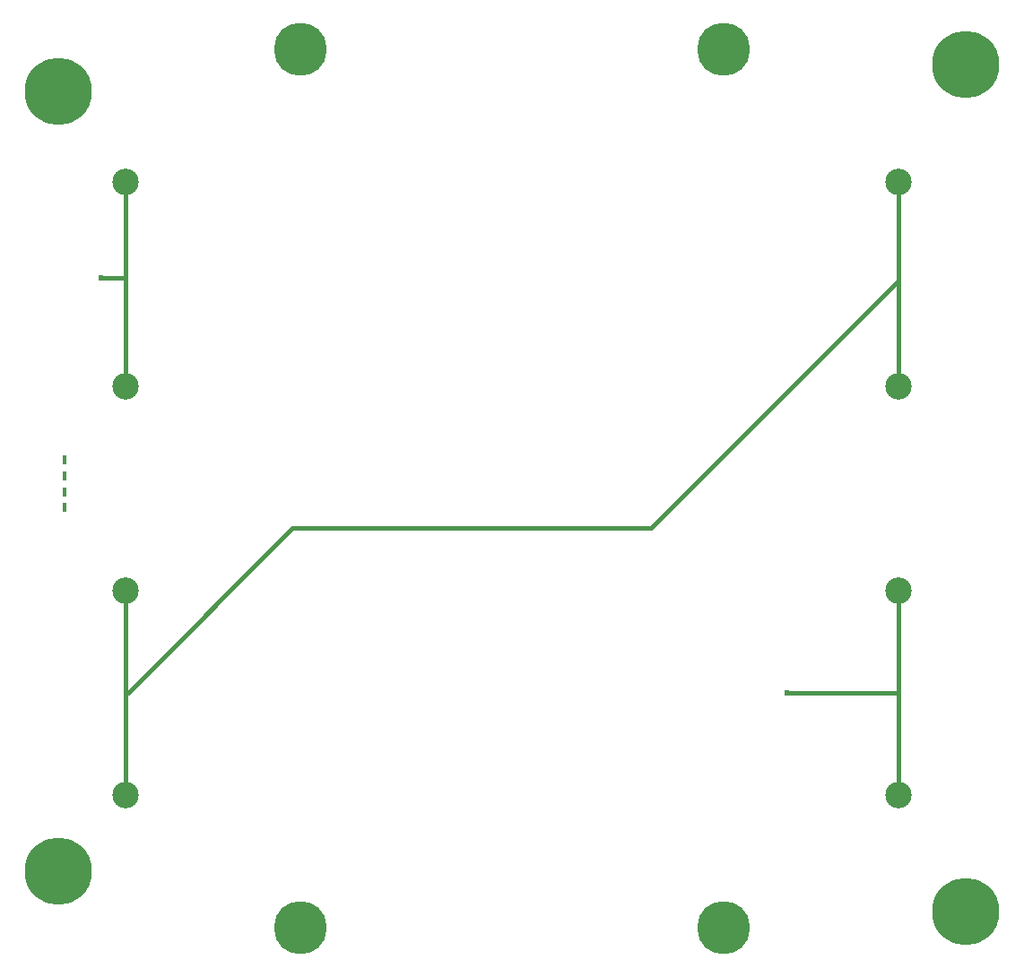
<source format=gbr>
G04 #@! TF.FileFunction,Copper,L1,Top,Signal*
%FSLAX46Y46*%
G04 Gerber Fmt 4.6, Leading zero omitted, Abs format (unit mm)*
G04 Created by KiCad (PCBNEW 4.0.7) date 05/18/18 17:47:47*
%MOMM*%
%LPD*%
G01*
G04 APERTURE LIST*
%ADD10C,0.100000*%
%ADD11C,5.000000*%
%ADD12C,6.350000*%
%ADD13C,2.500000*%
%ADD14O,0.400000X0.900000*%
%ADD15C,0.600000*%
%ADD16C,0.450000*%
G04 APERTURE END LIST*
D10*
D11*
X164505000Y-130800000D03*
X164505000Y-47900000D03*
D12*
X187365000Y-129355000D03*
X187365000Y-49345000D03*
X101635000Y-125545000D03*
D13*
X108050000Y-60400000D03*
X180960000Y-60400000D03*
X108050000Y-79700000D03*
X108050000Y-99000000D03*
X108050000Y-118300000D03*
X180960000Y-79700000D03*
X180960000Y-99000000D03*
X180960000Y-118300000D03*
D12*
X101635000Y-51885000D03*
D11*
X124505000Y-47900000D03*
X124505000Y-130800000D03*
D14*
X102240000Y-91153000D03*
X102240000Y-89656000D03*
X102240000Y-88159000D03*
X102240000Y-86662000D03*
D15*
X170510000Y-108650000D03*
X105700000Y-69490000D03*
D16*
X180960000Y-108650000D02*
X170510000Y-108650000D01*
X105710000Y-69480000D02*
X108050000Y-69480000D01*
X105700000Y-69490000D02*
X105710000Y-69480000D01*
X123830000Y-93120000D02*
X157590000Y-93120000D01*
X157590000Y-93120000D02*
X180960000Y-69750000D01*
X108050000Y-108660000D02*
X108260000Y-108660000D01*
X123800000Y-93120000D02*
X123830000Y-93120000D01*
X108260000Y-108660000D02*
X123800000Y-93120000D01*
X108050000Y-118300000D02*
X108050000Y-109250000D01*
X108050000Y-109250000D02*
X108050000Y-108660000D01*
X108050000Y-108660000D02*
X108050000Y-99000000D01*
X180960000Y-118300000D02*
X180960000Y-108650000D01*
X180960000Y-108650000D02*
X180960000Y-108200000D01*
X180960000Y-108200000D02*
X180960000Y-99000000D01*
X180960000Y-60400000D02*
X180960000Y-68700000D01*
X180960000Y-68700000D02*
X180960000Y-69750000D01*
X180960000Y-69750000D02*
X180960000Y-70050000D01*
X180960000Y-70050000D02*
X180960000Y-79700000D01*
X108050000Y-79700000D02*
X108050000Y-70050000D01*
X108050000Y-69820000D02*
X108050000Y-69480000D01*
X108050000Y-70050000D02*
X108050000Y-69820000D01*
X108050000Y-69480000D02*
X108050000Y-69300000D01*
X108050000Y-69300000D02*
X108050000Y-60400000D01*
M02*

</source>
